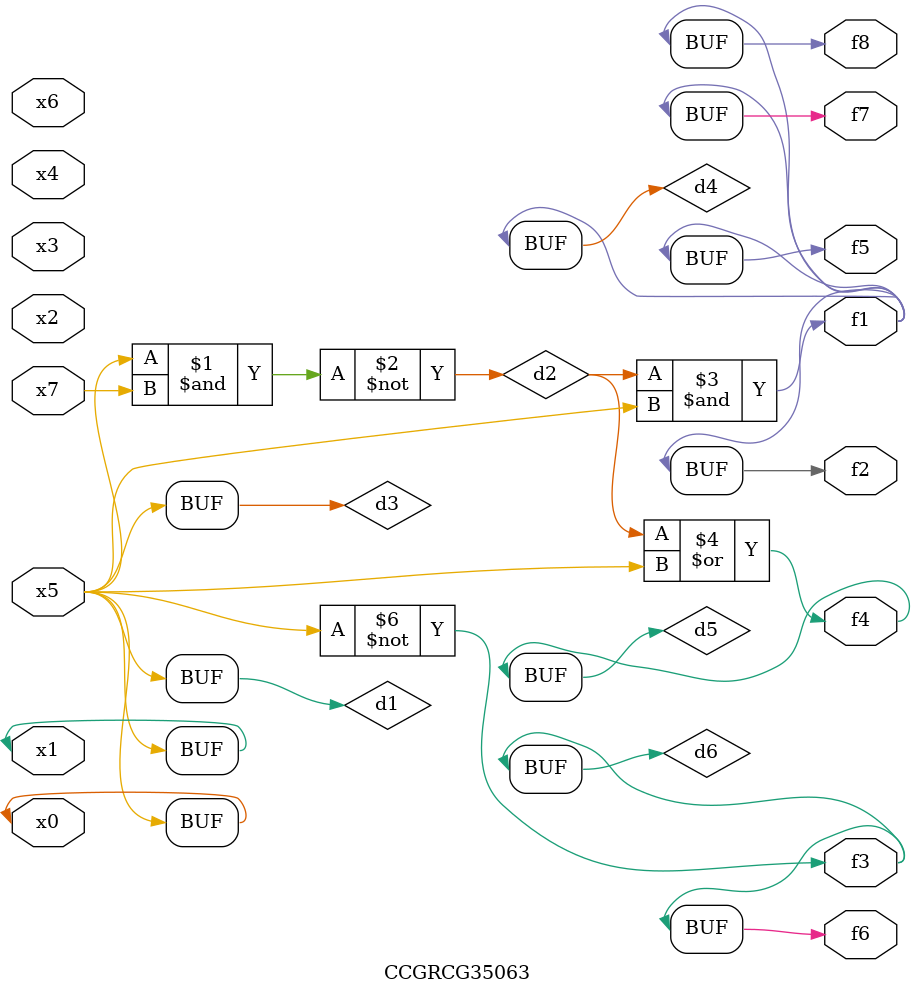
<source format=v>
module CCGRCG35063(
	input x0, x1, x2, x3, x4, x5, x6, x7,
	output f1, f2, f3, f4, f5, f6, f7, f8
);

	wire d1, d2, d3, d4, d5, d6;

	buf (d1, x0, x5);
	nand (d2, x5, x7);
	buf (d3, x0, x1);
	and (d4, d2, d3);
	or (d5, d2, d3);
	nor (d6, d1, d3);
	assign f1 = d4;
	assign f2 = d4;
	assign f3 = d6;
	assign f4 = d5;
	assign f5 = d4;
	assign f6 = d6;
	assign f7 = d4;
	assign f8 = d4;
endmodule

</source>
